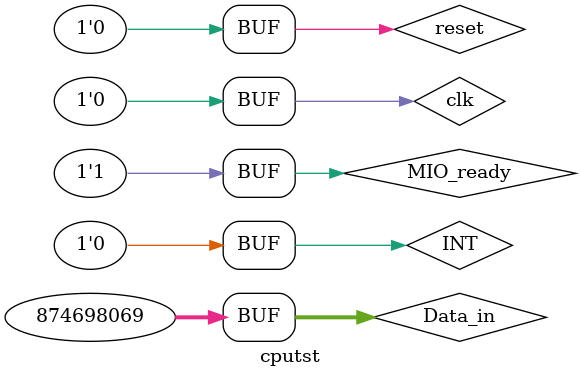
<source format=v>
`timescale 1ns / 1ps


module cputst;

	// Inputs
	reg clk;
	reg reset;
	reg INT;
	reg MIO_ready;
	reg [31:0] Data_in;

	// Outputs
	wire [31:0] PC_out;
	wire [31:0] inst_out;
	wire mem_w;
	wire [31:0] Addr_out;
	wire [31:0] Data_out;
	wire CPU_MIO;
	wire [4:0] state;

	// Instantiate the Unit Under Test (UUT)
	MCPU uut (
		.clk(clk), 
		.reset(reset), 
		.INT(INT), 
		.MIO_ready(MIO_ready), 
		.PC_out(PC_out), 
		.inst_out(inst_out), 
		.mem_w(mem_w), 
		.Addr_out(Addr_out), 
		.Data_out(Data_out), 
		.Data_in(Data_in), 
		.CPU_MIO(CPU_MIO), 
		.state(state)
	);

	initial begin
		// Initialize Inputs
		clk = 0;
		reset = 1;
		INT = 0;
		MIO_ready = 1;
		Data_in = 0;

		// Wait 100 ns for global reset to finish
		#100;
        reset=0;
	
		// Add stimulus here
		Data_in=32'b001111_00000_00001_0000111100001111;#60;
		Data_in=32'b001101_00001_00010_1101010101010101;#80;
	end
    always begin
	clk=1;#10;clk=0;#10;
	end
endmodule


</source>
